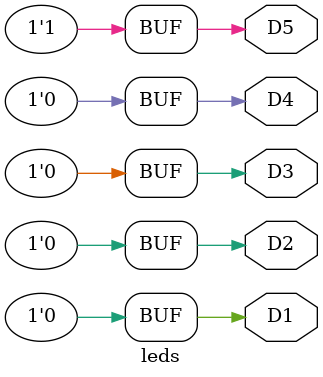
<source format=v>

module leds(output wire D1,
            output wire D2,
            output wire D3,
            output wire D4,
            output wire D5);

assign D1 = 1'b0;
assign D2 = 1'b0;
assign D3 = 1'b0;
assign D5 = 1'b1;
assign D4 = 1'b0;

endmodule

</source>
